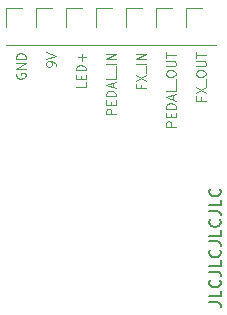
<source format=gbr>
G04 #@! TF.GenerationSoftware,KiCad,Pcbnew,(5.1.5-0-10_14)*
G04 #@! TF.CreationDate,2021-09-14T18:47:20+02:00*
G04 #@! TF.ProjectId,3pdt-npnium,33706474-2d6e-4706-9e69-756d2e6b6963,rev?*
G04 #@! TF.SameCoordinates,Original*
G04 #@! TF.FileFunction,Legend,Top*
G04 #@! TF.FilePolarity,Positive*
%FSLAX46Y46*%
G04 Gerber Fmt 4.6, Leading zero omitted, Abs format (unit mm)*
G04 Created by KiCad (PCBNEW (5.1.5-0-10_14)) date 2021-09-14 18:47:20*
%MOMM*%
%LPD*%
G04 APERTURE LIST*
%ADD10C,0.150000*%
%ADD11C,0.120000*%
G04 APERTURE END LIST*
D10*
X77152380Y-62319047D02*
X77866666Y-62319047D01*
X78009523Y-62366666D01*
X78104761Y-62461904D01*
X78152380Y-62604761D01*
X78152380Y-62700000D01*
X78152380Y-61366666D02*
X78152380Y-61842857D01*
X77152380Y-61842857D01*
X78057142Y-60461904D02*
X78104761Y-60509523D01*
X78152380Y-60652380D01*
X78152380Y-60747619D01*
X78104761Y-60890476D01*
X78009523Y-60985714D01*
X77914285Y-61033333D01*
X77723809Y-61080952D01*
X77580952Y-61080952D01*
X77390476Y-61033333D01*
X77295238Y-60985714D01*
X77200000Y-60890476D01*
X77152380Y-60747619D01*
X77152380Y-60652380D01*
X77200000Y-60509523D01*
X77247619Y-60461904D01*
X77152380Y-59747619D02*
X77866666Y-59747619D01*
X78009523Y-59795238D01*
X78104761Y-59890476D01*
X78152380Y-60033333D01*
X78152380Y-60128571D01*
X78152380Y-58795238D02*
X78152380Y-59271428D01*
X77152380Y-59271428D01*
X78057142Y-57890476D02*
X78104761Y-57938095D01*
X78152380Y-58080952D01*
X78152380Y-58176190D01*
X78104761Y-58319047D01*
X78009523Y-58414285D01*
X77914285Y-58461904D01*
X77723809Y-58509523D01*
X77580952Y-58509523D01*
X77390476Y-58461904D01*
X77295238Y-58414285D01*
X77200000Y-58319047D01*
X77152380Y-58176190D01*
X77152380Y-58080952D01*
X77200000Y-57938095D01*
X77247619Y-57890476D01*
X77152380Y-57176190D02*
X77866666Y-57176190D01*
X78009523Y-57223809D01*
X78104761Y-57319047D01*
X78152380Y-57461904D01*
X78152380Y-57557142D01*
X78152380Y-56223809D02*
X78152380Y-56700000D01*
X77152380Y-56700000D01*
X78057142Y-55319047D02*
X78104761Y-55366666D01*
X78152380Y-55509523D01*
X78152380Y-55604761D01*
X78104761Y-55747619D01*
X78009523Y-55842857D01*
X77914285Y-55890476D01*
X77723809Y-55938095D01*
X77580952Y-55938095D01*
X77390476Y-55890476D01*
X77295238Y-55842857D01*
X77200000Y-55747619D01*
X77152380Y-55604761D01*
X77152380Y-55509523D01*
X77200000Y-55366666D01*
X77247619Y-55319047D01*
X77152380Y-54604761D02*
X77866666Y-54604761D01*
X78009523Y-54652380D01*
X78104761Y-54747619D01*
X78152380Y-54890476D01*
X78152380Y-54985714D01*
X78152380Y-53652380D02*
X78152380Y-54128571D01*
X77152380Y-54128571D01*
X78057142Y-52747619D02*
X78104761Y-52795238D01*
X78152380Y-52938095D01*
X78152380Y-53033333D01*
X78104761Y-53176190D01*
X78009523Y-53271428D01*
X77914285Y-53319047D01*
X77723809Y-53366666D01*
X77580952Y-53366666D01*
X77390476Y-53319047D01*
X77295238Y-53271428D01*
X77200000Y-53176190D01*
X77152380Y-53033333D01*
X77152380Y-52938095D01*
X77200000Y-52795238D01*
X77247619Y-52747619D01*
D11*
X75230000Y-37410000D02*
X76560000Y-37410000D01*
X75220000Y-40576500D02*
X77760000Y-40580000D01*
X75233500Y-39063500D02*
X75230000Y-37410000D01*
X72680000Y-40576500D02*
X75220000Y-40580000D01*
X72693500Y-39063500D02*
X72690000Y-37410000D01*
X72690000Y-37410000D02*
X74020000Y-37410000D01*
X70153500Y-39063500D02*
X70150000Y-37410000D01*
X70150000Y-37410000D02*
X71480000Y-37410000D01*
X70140000Y-40576500D02*
X72680000Y-40580000D01*
X59990000Y-37410000D02*
X61320000Y-37410000D01*
X59993500Y-39063500D02*
X59990000Y-37410000D01*
X59980000Y-40576500D02*
X62520000Y-40580000D01*
X62530000Y-37410000D02*
X63860000Y-37410000D01*
X62533500Y-39063500D02*
X62530000Y-37410000D01*
X62520000Y-40576500D02*
X65060000Y-40580000D01*
X65070000Y-37410000D02*
X66400000Y-37410000D01*
X65073500Y-39063500D02*
X65070000Y-37410000D01*
X65060000Y-40576500D02*
X67600000Y-40580000D01*
X67610000Y-37410000D02*
X68940000Y-37410000D01*
X67613500Y-39063500D02*
X67610000Y-37410000D01*
X67600000Y-40576500D02*
X70140000Y-40580000D01*
X76442857Y-44995714D02*
X76442857Y-45262380D01*
X76861904Y-45262380D02*
X76061904Y-45262380D01*
X76061904Y-44881428D01*
X76061904Y-44652857D02*
X76861904Y-44119523D01*
X76061904Y-44119523D02*
X76861904Y-44652857D01*
X76938095Y-44005238D02*
X76938095Y-43395714D01*
X76061904Y-43052857D02*
X76061904Y-42900476D01*
X76100000Y-42824285D01*
X76176190Y-42748095D01*
X76328571Y-42710000D01*
X76595238Y-42710000D01*
X76747619Y-42748095D01*
X76823809Y-42824285D01*
X76861904Y-42900476D01*
X76861904Y-43052857D01*
X76823809Y-43129047D01*
X76747619Y-43205238D01*
X76595238Y-43243333D01*
X76328571Y-43243333D01*
X76176190Y-43205238D01*
X76100000Y-43129047D01*
X76061904Y-43052857D01*
X76061904Y-42367142D02*
X76709523Y-42367142D01*
X76785714Y-42329047D01*
X76823809Y-42290952D01*
X76861904Y-42214761D01*
X76861904Y-42062380D01*
X76823809Y-41986190D01*
X76785714Y-41948095D01*
X76709523Y-41910000D01*
X76061904Y-41910000D01*
X76061904Y-41643333D02*
X76061904Y-41186190D01*
X76861904Y-41414761D02*
X76061904Y-41414761D01*
X74321904Y-47471904D02*
X73521904Y-47471904D01*
X73521904Y-47167142D01*
X73560000Y-47090952D01*
X73598095Y-47052857D01*
X73674285Y-47014761D01*
X73788571Y-47014761D01*
X73864761Y-47052857D01*
X73902857Y-47090952D01*
X73940952Y-47167142D01*
X73940952Y-47471904D01*
X73902857Y-46671904D02*
X73902857Y-46405238D01*
X74321904Y-46290952D02*
X74321904Y-46671904D01*
X73521904Y-46671904D01*
X73521904Y-46290952D01*
X74321904Y-45948095D02*
X73521904Y-45948095D01*
X73521904Y-45757619D01*
X73560000Y-45643333D01*
X73636190Y-45567142D01*
X73712380Y-45529047D01*
X73864761Y-45490952D01*
X73979047Y-45490952D01*
X74131428Y-45529047D01*
X74207619Y-45567142D01*
X74283809Y-45643333D01*
X74321904Y-45757619D01*
X74321904Y-45948095D01*
X74093333Y-45186190D02*
X74093333Y-44805238D01*
X74321904Y-45262380D02*
X73521904Y-44995714D01*
X74321904Y-44729047D01*
X74321904Y-44081428D02*
X74321904Y-44462380D01*
X73521904Y-44462380D01*
X74398095Y-44005238D02*
X74398095Y-43395714D01*
X73521904Y-43052857D02*
X73521904Y-42900476D01*
X73560000Y-42824285D01*
X73636190Y-42748095D01*
X73788571Y-42710000D01*
X74055238Y-42710000D01*
X74207619Y-42748095D01*
X74283809Y-42824285D01*
X74321904Y-42900476D01*
X74321904Y-43052857D01*
X74283809Y-43129047D01*
X74207619Y-43205238D01*
X74055238Y-43243333D01*
X73788571Y-43243333D01*
X73636190Y-43205238D01*
X73560000Y-43129047D01*
X73521904Y-43052857D01*
X73521904Y-42367142D02*
X74169523Y-42367142D01*
X74245714Y-42329047D01*
X74283809Y-42290952D01*
X74321904Y-42214761D01*
X74321904Y-42062380D01*
X74283809Y-41986190D01*
X74245714Y-41948095D01*
X74169523Y-41910000D01*
X73521904Y-41910000D01*
X73521904Y-41643333D02*
X73521904Y-41186190D01*
X74321904Y-41414761D02*
X73521904Y-41414761D01*
X71362857Y-43929047D02*
X71362857Y-44195714D01*
X71781904Y-44195714D02*
X70981904Y-44195714D01*
X70981904Y-43814761D01*
X70981904Y-43586190D02*
X71781904Y-43052857D01*
X70981904Y-43052857D02*
X71781904Y-43586190D01*
X71858095Y-42938571D02*
X71858095Y-42329047D01*
X71781904Y-42138571D02*
X70981904Y-42138571D01*
X71781904Y-41757619D02*
X70981904Y-41757619D01*
X71781904Y-41300476D01*
X70981904Y-41300476D01*
X69241904Y-46405238D02*
X68441904Y-46405238D01*
X68441904Y-46100476D01*
X68480000Y-46024285D01*
X68518095Y-45986190D01*
X68594285Y-45948095D01*
X68708571Y-45948095D01*
X68784761Y-45986190D01*
X68822857Y-46024285D01*
X68860952Y-46100476D01*
X68860952Y-46405238D01*
X68822857Y-45605238D02*
X68822857Y-45338571D01*
X69241904Y-45224285D02*
X69241904Y-45605238D01*
X68441904Y-45605238D01*
X68441904Y-45224285D01*
X69241904Y-44881428D02*
X68441904Y-44881428D01*
X68441904Y-44690952D01*
X68480000Y-44576666D01*
X68556190Y-44500476D01*
X68632380Y-44462380D01*
X68784761Y-44424285D01*
X68899047Y-44424285D01*
X69051428Y-44462380D01*
X69127619Y-44500476D01*
X69203809Y-44576666D01*
X69241904Y-44690952D01*
X69241904Y-44881428D01*
X69013333Y-44119523D02*
X69013333Y-43738571D01*
X69241904Y-44195714D02*
X68441904Y-43929047D01*
X69241904Y-43662380D01*
X69241904Y-43014761D02*
X69241904Y-43395714D01*
X68441904Y-43395714D01*
X69318095Y-42938571D02*
X69318095Y-42329047D01*
X69241904Y-42138571D02*
X68441904Y-42138571D01*
X69241904Y-41757619D02*
X68441904Y-41757619D01*
X69241904Y-41300476D01*
X68441904Y-41300476D01*
X66701904Y-43700476D02*
X66701904Y-44081428D01*
X65901904Y-44081428D01*
X66282857Y-43433809D02*
X66282857Y-43167142D01*
X66701904Y-43052857D02*
X66701904Y-43433809D01*
X65901904Y-43433809D01*
X65901904Y-43052857D01*
X66701904Y-42710000D02*
X65901904Y-42710000D01*
X65901904Y-42519523D01*
X65940000Y-42405238D01*
X66016190Y-42329047D01*
X66092380Y-42290952D01*
X66244761Y-42252857D01*
X66359047Y-42252857D01*
X66511428Y-42290952D01*
X66587619Y-42329047D01*
X66663809Y-42405238D01*
X66701904Y-42519523D01*
X66701904Y-42710000D01*
X66397142Y-41910000D02*
X66397142Y-41300476D01*
X66701904Y-41605238D02*
X66092380Y-41605238D01*
X64161904Y-42329047D02*
X64161904Y-42176666D01*
X64123809Y-42100476D01*
X64085714Y-42062380D01*
X63971428Y-41986190D01*
X63819047Y-41948095D01*
X63514285Y-41948095D01*
X63438095Y-41986190D01*
X63400000Y-42024285D01*
X63361904Y-42100476D01*
X63361904Y-42252857D01*
X63400000Y-42329047D01*
X63438095Y-42367142D01*
X63514285Y-42405238D01*
X63704761Y-42405238D01*
X63780952Y-42367142D01*
X63819047Y-42329047D01*
X63857142Y-42252857D01*
X63857142Y-42100476D01*
X63819047Y-42024285D01*
X63780952Y-41986190D01*
X63704761Y-41948095D01*
X63361904Y-41719523D02*
X64161904Y-41452857D01*
X63361904Y-41186190D01*
X60860000Y-42938571D02*
X60821904Y-43014761D01*
X60821904Y-43129047D01*
X60860000Y-43243333D01*
X60936190Y-43319523D01*
X61012380Y-43357619D01*
X61164761Y-43395714D01*
X61279047Y-43395714D01*
X61431428Y-43357619D01*
X61507619Y-43319523D01*
X61583809Y-43243333D01*
X61621904Y-43129047D01*
X61621904Y-43052857D01*
X61583809Y-42938571D01*
X61545714Y-42900476D01*
X61279047Y-42900476D01*
X61279047Y-43052857D01*
X61621904Y-42557619D02*
X60821904Y-42557619D01*
X61621904Y-42100476D01*
X60821904Y-42100476D01*
X61621904Y-41719523D02*
X60821904Y-41719523D01*
X60821904Y-41529047D01*
X60860000Y-41414761D01*
X60936190Y-41338571D01*
X61012380Y-41300476D01*
X61164761Y-41262380D01*
X61279047Y-41262380D01*
X61431428Y-41300476D01*
X61507619Y-41338571D01*
X61583809Y-41414761D01*
X61621904Y-41529047D01*
X61621904Y-41719523D01*
M02*

</source>
